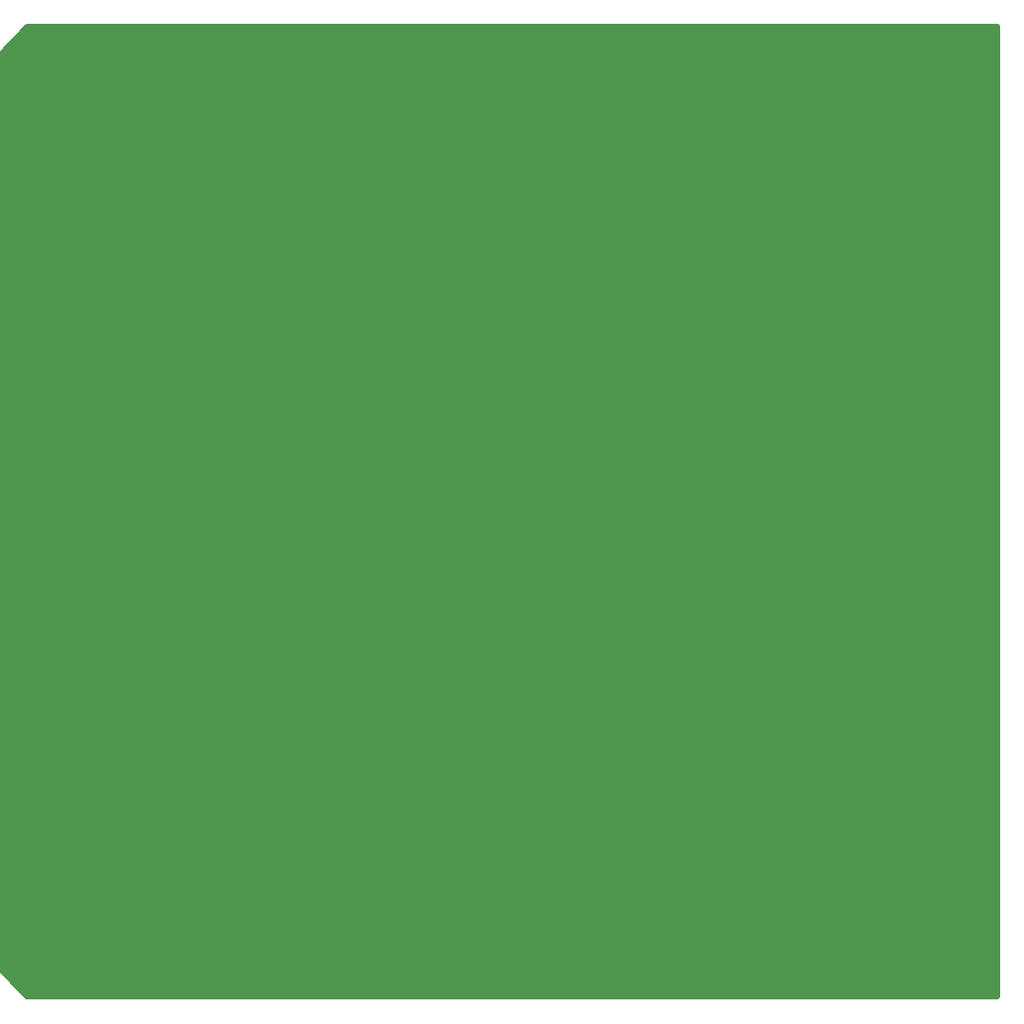
<source format=gbr>
G04 Created with the python gerber_writer 0.4.1.2*
G04 #@! TF.CreationDate,2023-09-22T14:10:27.537811*
G04 #@! TF.FileFunction,Profile,NP*
G04 #@! TF.FilePolarity,Positive*
G04 #@! TF.GenerationSoftware,Karel Tavernier,gerber_writer_example_outline.py,0.3.1*
%MOMM*%
%FSLAX36Y36*%
G75*
G04 #@! TA.AperFunction,Profile*
G04 #@! TAShape,Circle,0.5*
%ADD10C,0.5*%
G04 #@! TD*
%LPD*%
G04 #@! TA.AperFunction,Conductor*
G36*
X0Y0D02*
G01*
X100000000Y0D01*
X100000000Y100000000D01*
X0Y100000000D01*
G03*
X0Y0I50000000J-50000000D01*
G37*
G04 #@! TD*
D10*
G01*
X100000000Y0D01*
X100000000Y100000000D01*
X0Y100000000D01*
G03*
X0Y0I50000000J-50000000D01*
M02*
</source>
